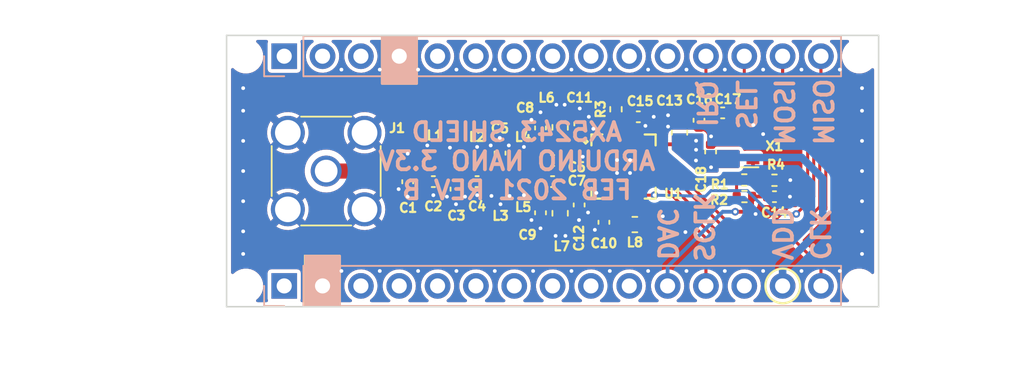
<source format=kicad_pcb>
(kicad_pcb (version 20210126) (generator pcbnew)
  (title_block (title "AX5243 Test Board") (date "2021-02-03") (rev "B"))
  (layers (0 "F.Cu" signal) (31 "B.Cu" signal) (34 "B.Paste" user) (35 "F.Paste" user) (36 "B.SilkS" user "B.Silkscreen") (37 "F.SilkS" user "F.Silkscreen") (38 "B.Mask" user) (39 "F.Mask" user) (44 "Edge.Cuts" user))
  (net 0 "")
  (net 1 "/ANT")
  (net 2 "GND")
  (net 3 "/RF3")
  (net 4 "/RF2N")
  (net 5 "/RF2P")
  (net 6 "/ANTP")
  (net 7 "/RF1P")
  (net 8 "/ANTN")
  (net 9 "/RF1N")
  (net 10 "/FILT")
  (net 11 "DAC_OUT")
  (net 12 "VDD")
  (net 13 "/CLK16P")
  (net 14 "/OSC")
  (net 15 "MISO")
  (net 16 "MOSI")
  (net 17 "/VDD_ANA2")
  (net 18 "/CLK16N")
  (net 25 "/VDD_ANA1")
  (net 29 "CLK")
  (net 30 "SYSCLK")
  (net 33 "IRQ")
  (net 34 "SEL")
  (net 43 "/L2")
  (net 44 "/L1")
  (net 46 "/TCXO_EN")
  (net 47 "TCXO_CTL")
  (footprint "Capacitor_SMD:C_0402_1005Metric" (layer "F.Cu") (at 149.68 78.4 180)
    (fp_text reference "C15")
    (fp_text value "1nF")
  )
  (footprint "Capacitor_SMD:C_0402_1005Metric" (layer "F.Cu") (at 154.47 80.73 90)
    (fp_text reference "C18")
    (fp_text value "10nF")
  )
  (footprint "local:MountingHole_1.8mm" (layer "F.Cu") (at 123.68 74.38)
    (fp_text reference "H1" hide)
    (fp_text value "MountingHole" hide)
  )
  (footprint "Inductor_SMD:L_0402_1005Metric" (layer "F.Cu") (at 136.1 81.3)
    (fp_text reference "L1")
    (fp_text value "33nH")
  )
  (footprint "Capacitor_SMD:C_0603_1608Metric" (layer "F.Cu") (at 152.41 79.45 90)
    (fp_text reference "C13")
    (fp_text value "4.7uF")
  )
  (footprint "Inductor_SMD:L_0402_1005Metric" (layer "F.Cu") (at 142.1 81.3)
    (fp_text reference "L4")
    (fp_text value "120nH")
  )
  (footprint "Capacitor_SMD:C_0402_1005Metric" (layer "F.Cu") (at 147.4 85.4 90)
    (fp_text reference "C10")
    (fp_text value "39pF")
  )
  (footprint "Oscillator:Oscillator_SMD_Abracon_ASDMB-4Pin_2.5x2.0mm" (layer "F.Cu") (at 156.5 80.4 90)
    (fp_text reference "X1")
    (fp_text value "26MHz")
  )
  (footprint "Inductor_SMD:L_0603_1608Metric" (layer "F.Cu") (at 144.5 79.1 -90)
    (fp_text reference "L6")
    (fp_text value "150nH")
  )
  (footprint "Inductor_SMD:L_0603_1608Metric" (layer "F.Cu") (at 149.45 85.55 180)
    (fp_text reference "L8")
    (fp_text value "68nH")
  )
  (footprint "Connector_Coaxial:SMA_Amphenol_132291-12_Vertical" (layer "F.Cu") (at 129 82 180)
    (fp_text reference "J1")
    (fp_text value "CONSMA008-G")
  )
  (footprint "Capacitor_SMD:C_0402_1005Metric" (layer "F.Cu") (at 139 82.7)
    (fp_text reference "C4")
    (fp_text value "12pF")
  )
  (footprint "Capacitor_SMD:C_0402_1005Metric" (layer "F.Cu") (at 144 82.7)
    (fp_text reference "C7")
    (fp_text value "10pF")
  )
  (footprint "Capacitor_SMD:C_0402_1005Metric" (layer "F.Cu") (at 137.6 83.2 90)
    (fp_text reference "C3")
    (fp_text value "27pF")
  )
  (footprint "Capacitor_SMD:C_0402_1005Metric" (layer "F.Cu") (at 143.2 84.77 -90)
    (fp_text reference "C9")
    (fp_text value "10pF")
  )
  (footprint "Resistor_SMD:R_0402_1005Metric" (layer "F.Cu") (at 148.2 77.9 -90)
    (fp_text reference "R3")
    (fp_text value "1k")
  )
  (footprint "Resistor_SMD:R_0402_1005Metric" (layer "F.Cu") (at 156.7 82.59 180)
    (fp_text reference "R1")
    (fp_text value "DNP")
  )
  (footprint "Capacitor_SMD:C_0402_1005Metric" (layer "F.Cu") (at 143.2 79.14 -90)
    (fp_text reference "C8")
    (fp_text value "10pF")
  )
  (footprint "local:QFN50P400X400X80-21B-THERMALVIAS" (layer "F.Cu") (at 148.7 81.7)
    (fp_text reference "U1")
    (fp_text value "AX5243")
  )
  (footprint "Resistor_SMD:R_0402_1005Metric" (layer "F.Cu") (at 158.7 82.61 180)
    (fp_text reference "R4")
    (fp_text value "DNP")
  )
  (footprint "Inductor_SMD:L_0402_1005Metric" (layer "F.Cu") (at 139 81.3)
    (fp_text reference "L2")
    (fp_text value "68nH")
  )
  (footprint "Resistor_SMD:R_0402_1005Metric" (layer "F.Cu") (at 156.71 83.69 180)
    (fp_text reference "R2")
    (fp_text value "100")
  )
  (footprint "Capacitor_SMD:C_0402_1005Metric" (layer "F.Cu") (at 145.76 84.25 90)
    (fp_text reference "C12")
    (fp_text value "100pF")
  )
  (footprint "Inductor_SMD:L_0603_1608Metric" (layer "F.Cu") (at 144.5 84.8 -90)
    (fp_text reference "L7")
    (fp_text value "150nH")
  )
  (footprint "local:MountingHole_1.8mm" (layer "F.Cu") (at 164.32 74.38)
    (fp_text reference "H2" hide)
    (fp_text value "MountingHole" hide)
  )
  (footprint "Capacitor_SMD:C_0402_1005Metric" (layer "F.Cu") (at 155.27 78.14)
    (fp_text reference "C17")
    (fp_text value "1nF")
  )
  (footprint "Inductor_SMD:L_0402_1005Metric" (layer "F.Cu") (at 140.55 83.15 90)
    (fp_text reference "L3")
    (fp_text value "68nH")
  )
  (footprint "Capacitor_SMD:C_0402_1005Metric" (layer "F.Cu") (at 136.1 82.7)
    (fp_text reference "C2")
    (fp_text value "6.8pF")
  )
  (footprint "Capacitor_SMD:C_0402_1005Metric" (layer "F.Cu") (at 134.4 82.71 90)
    (fp_text reference "C1")
    (fp_text value "27pF")
  )
  (footprint "Capacitor_SMD:C_0402_1005Metric" (layer "F.Cu") (at 140.52 80.81 -90)
    (fp_text reference "C5")
    (fp_text value "12pF")
  )
  (footprint "Capacitor_SMD:C_0402_1005Metric" (layer "F.Cu") (at 153.7 78.63 -90)
    (fp_text reference "C16")
    (fp_text value "DNP")
  )
  (footprint "Inductor_SMD:L_0402_1005Metric" (layer "F.Cu") (at 142.1 82.7)
    (fp_text reference "L5")
    (fp_text value "120nH")
  )
  (footprint "local:MountingHole_1.8mm" (layer "F.Cu") (at 164.32 89.62)
    (fp_text reference "H4" hide)
    (fp_text value "MountingHole" hide)
  )
  (footprint "Capacitor_SMD:C_0402_1005Metric" (layer "F.Cu") (at 158.7 83.7 180)
    (fp_text reference "C14")
    (fp_text value "100nF")
  )
  (footprint "local:MountingHole_1.8mm" (layer "F.Cu") (at 123.68 89.62)
    (fp_text reference "H3" hide)
    (fp_text value "MountingHole" hide)
  )
  (footprint "Capacitor_SMD:C_0402_1005Metric" (layer "F.Cu") (at 145.8 78.87 -90)
    (fp_text reference "C11")
    (fp_text value "100pF")
  )
  (footprint "Capacitor_SMD:C_0402_1005Metric" (layer "F.Cu") (at 144 81.3)
    (fp_text reference "C6")
    (fp_text value "10pF")
  )
  (footprint "Connector_PinSocket_2.54mm:PinSocket_1x15_P2.54mm_Vertical" (layer "B.Cu") (at 126.22 74.38 -90)
    (fp_text reference "J2" hide)
    (fp_text value "Conn_01x15" hide)
  )
  (footprint "Connector_PinSocket_2.54mm:PinSocket_1x15_P2.54mm_Vertical" (layer "B.Cu") (at 126.22 89.62 -90)
    (fp_text reference "J3" hide)
    (fp_text value "Conn_01x15" hide)
  )
  (gr_rect (start 129.9 87.63) (end 127.635 90.9) (layer "B.SilkS") (width 0.15) (fill solid))
  (gr_rect (start 135 73.1) (end 132.7 76.2) (layer "B.SilkS") (width 0.15) (fill solid))
  (gr_rect (start 129.9 87.63) (end 127.6 90.9) (layer "F.SilkS") (width 0.15) (fill solid))
  (gr_rect (start 135 73.1) (end 132.7 76.2) (layer "F.SilkS") (width 0.15) (fill solid))
  (gr_circle (center 159.25 89.62) (end 160.4 89.62) (layer "F.SilkS") (width 0.15) (fill none))
  (gr_line (start 165.6 73) (end 165.6 91) (layer "Edge.Cuts") (width 0.1))
  (gr_line (start 122.4 73) (end 165.6 73) (layer "Edge.Cuts") (width 0.1))
  (gr_line (start 122.4 91) (end 122.4 73) (layer "Edge.Cuts") (width 0.1))
  (gr_line (start 165.6 91) (end 122.4 91) (layer "Edge.Cuts") (width 0.1))
  (gr_text "SCLK" (at 154 85.717619 270) (layer "B.SilkS") (effects (font (size 1.2 1.2) (thickness 0.25)) (justify mirror)))
  (gr_text "DAC" (at 151.6 86.17 270) (layer "B.SilkS") (effects (font (size 1.2 1.2) (thickness 0.25)) (justify mirror)))
  (gr_text "SEL" (at 156.8 77.601428 270) (layer "B.SilkS") (effects (font (size 1.2 1.2) (thickness 0.25)) (justify mirror)))
  (gr_text "CLK" (at 161.7 86.19381 270) (layer "B.SilkS") (effects (font (size 1.2 1.2) (thickness 0.25)) (justify mirror)))
  (gr_text "MOSI" (at 159.3 78.077619 270) (layer "B.SilkS") (effects (font (size 1.2 1.2) (thickness 0.25)) (justify mirror)))
  (gr_text "MISO" (at 161.9 78.077619 270) (layer "B.SilkS") (effects (font (size 1.2 1.2) (thickness 0.25)) (justify mirror)))
  (gr_text "AX5243 SHIELD\nARDUINO NANO 3.3V\nFEB 2021 REV B" (at 141.63 81.34) (layer "B.SilkS") (effects (font (size 1.2 1.2) (thickness 0.25)) (justify mirror)))
  (gr_text "VDD" (at 159.2 86.17 270) (layer "B.SilkS") (effects (font (size 1.2 1.2) (thickness 0.25)) (justify mirror)))
  (gr_text "IRQ" (at 154.2 77.53 270) (layer "B.SilkS") (effects (font (size 1.2 1.2) (thickness 0.25)) (justify mirror)))
  (segment (start 129 82) (end 133.1 82) (width 1) (layer "F.Cu") (net 1))
  (segment (start 133.12 82.02) (end 133.1 82) (width 0.25) (layer "F.Cu") (net 1))
  (segment (start 133.1 82) (end 133.100061 82.000061) (width 1) (layer "F.Cu") (net 1))
  (segment (start 134.895 82.02) (end 134.94 82.02) (width 0.8) (layer "F.Cu") (net 1))
  (segment (start 133.100061 82.000061) (end 134.920061 82.000061) (width 1) (layer "F.Cu") (net 1))
  (segment (start 134.94 82.02) (end 135.62 82.7) (width 0.55) (layer "F.Cu") (net 1))
  (segment (start 134.920061 82.000061) (end 134.94 82.02) (width 1) (layer "F.Cu") (net 1))
  (segment (start 134.895 82.02) (end 135.615 81.3) (width 0.55) (layer "F.Cu") (net 1))
  (segment (start 157.275 79.575) (end 157.925 79.575) (width 0.2) (layer "F.Cu") (net 2))
  (segment (start 146.8 81.2) (end 148.2 81.2) (width 0.25) (layer "F.Cu") (net 2))
  (segment (start 152.675 78.675) (end 153.11 79.11) (width 0.25) (layer "F.Cu") (net 2))
  (segment (start 146 81.05) (end 146.15 81.2) (width 0.25) (layer "F.Cu") (net 2))
  (segment (start 145.95 85.25) (end 145.75 85.25) (width 0.2) (layer "F.Cu") (net 2))
  (segment (start 154.47 80.25) (end 156.6 80.25) (width 0.25) (layer "F.Cu") (net 2))
  (segment (start 152.41 78.675) (end 152.675 78.675) (width 0.25) (layer "F.Cu") (net 2))
  (segment (start 153.11 79.11) (end 153.7 79.11) (width 0.25) (layer "F.Cu") (net 2))
  (segment (start 146.6 84.6) (end 145.95 85.25) (width 0.2) (layer "F.Cu") (net 2))
  (segment (start 154.5 79.7) (end 154.47 79.73) (width 0.25) (layer "F.Cu") (net 2))
  (segment (start 146.15 81.2) (end 146.8 81.2) (width 0.25) (layer "F.Cu") (net 2))
  (segment (start 148.7 79.8) (end 148.7 80.84) (width 0.2) (layer "F.Cu") (net 2))
  (segment (start 147.224918 79.814918) (end 145.8 78.39) (width 0.2) (layer "F.Cu") (net 2))
  (segment (start 159.726107 83.7) (end 159.18 83.7) (width 0.2) (layer "F.Cu") (net 2))
  (segment (start 147.224918 80.224918) (end 147.224918 79.814918) (width 0.2) (layer "F.Cu") (net 2))
  (segment (start 148.27 82.13) (end 146.6 83.8) (width 0.2) (layer "F.Cu") (net 2))
  (segment (start 146.82 85.88) (end 146.8 85.9) (width 0.2) (layer "F.Cu") (net 2))
  (segment (start 152.025 78.675) (end 151.65 79.05) (width 0.25) (layer "F.Cu") (net 2))
  (segment (start 150.7 78.4) (end 150.16 78.4) (width 0.2) (layer "F.Cu") (net 2))
  (segment (start 159.18 83.7) (end 159.18 82.64) (width 0.2) (layer "F.Cu") (net 2))
  (segment (start 157.925 79.575) (end 157.95 79.55) (width 0.2) (layer "F.Cu") (net 2))
  (segment (start 159.74 82.61) (end 159.21 82.61) (width 0.2) (layer "F.Cu") (net 2))
  (segment (start 145.76 84.73) (end 145.76 85.24) (width 0.2) (layer "F.Cu") (net 2))
  (segment (start 157.275 78.975) (end 157.275 79.575) (width 0.2) (layer "F.Cu") (net 2))
  (segment (start 145.76 85.24) (end 145.75 85.25) (width 0.2) (layer "F.Cu") (net 2))
  (segment (start 148.7 80.84) (end 148.27 81.27) (width 0.2) (layer "F.Cu") (net 2))
  (segment (start 157.3 78.95) (end 157.275 78.975) (width 0.2) (layer "F.Cu") (net 2))
  (segment (start 159.18 82.64) (end 159.21 82.61) (width 0.2) (layer "F.Cu") (net 2))
  (segment (start 152.025 78.675) (end 151.65 78.3) (width 0.25) (layer "F.Cu") (net 2))
  (segment (start 149.2 81.2) (end 149.13 81.27) (width 0.2) (layer "F.Cu") (net 2))
  (segment (start 147.4 85.88) (end 146.82 85.88) (width 0.2) (layer "F.Cu") (net 2))
  (segment (start 148.2 81.2) (end 148.27 81.27) (width 0.25) (layer "F.Cu") (net 2))
  (segment (start 159.75 82.6) (end 159.74 82.61) (width 0.2) (layer "F.Cu") (net 2))
  (segment (start 148.27 81.27) (end 147.224918 80.224918) (width 0.2) (layer "F.Cu") (net 2))
  (segment (start 146.6 83.8) (end 146.6 84.6) (width 0.2) (layer "F.Cu") (net 2))
  (segment (start 149.2 79.8) (end 149.2 81.2) (width 0.2) (layer "F.Cu") (net 2))
  (segment (start 154.47 79.73) (end 154.47 80.25) (width 0.25) (layer "F.Cu") (net 2))
  (segment (start 152.41 78.675) (end 152.025 78.675) (width 0.25) (layer "F.Cu") (net 2))
  (segment (start 156.6 80.25) (end 157.275 79.575) (width 0.25) (layer "F.Cu") (net 2))
  (via (at 123.5 84) (size 0.5) (drill 0.25) (layers "F.Cu" "B.Cu") (net 2))
  (via (at 157.95 88.63) (size 0.5) (drill 0.25) (layers "F.Cu" "B.Cu") (net 2))
  (via (at 146.8 85.9) (size 0.5) (drill 0.25) (layers "F.Cu" "B.Cu") (net 2))
  (via (at 135.09 88.63) (size 0.5) (drill 0.25) (layers "F.Cu" "B.Cu") (net 2))
  (via (at 139 80.4) (size 0.5) (drill 0.25) (layers "F.Cu" "B.Cu") (net 2))
  (via (at 137.63 75.27) (size 0.5) (drill 0.25) (layers "F.Cu" "B.Cu") (net 2))
  (via (at 123.5 82) (size 0.5) (drill 0.25) (layers "F.Cu" "B.Cu") (net 2))
  (via (at 143.2 78.1) (size 0.5) (drill 0.25) (layers "F.Cu" "B.Cu") (net 2))
  (via (at 144.2 86.3) (size 0.5) (drill 0.25) (layers "F.Cu" "B.Cu") (net 2))
  (via (at 146.35 84.75) (size 0.5) (drill 0.25) (layers "F.Cu" "B.Cu") (net 2))
  (via (at 134.4 83.7) (size 0.5) (drill 0.25) (layers "F.Cu" "B.Cu") (net 2))
  (via (at 164.5 87.5) (size 0.5) (drill 0.25) (layers "F.Cu" "B.Cu") (net 2))
  (via (at 146.4 78.4) (size 0.5) (drill 0.25) (layers "F.Cu" "B.Cu") (net 2))
  (via (at 145.8 77.85) (size 0.5) (drill 0.25) (layers "F.Cu" "B.Cu") (net 2))
  (via (at 150.15 79) (size 0.5) (drill 0.25) (layers "F.Cu" "B.Cu") (net 2))
  (via (at 123.5 80) (size 0.5) (drill 0.25) (layers "F.Cu" "B.Cu") (net 2))
  (via (at 155.41 88.63) (size 0.5) (drill 0.25) (layers "F.Cu" "B.Cu") (net 2))
  (via (at 160.49 75.27) (size 0.5) (drill 0.25) (layers "F.Cu" "B.Cu") (net 2))
  (via (at 141.15 83.65) (size 0.5) (drill 0.25) (layers "F.Cu" "B.Cu") (net 2))
  (via (at 146.9 83.45) (size 0.5) (drill 0.25) (layers "F.Cu" "B.Cu") (net 2))
  (via (at 142.6 85.25) (size 0.5) (drill 0.25) (layers "F.Cu" "B.Cu") (net 2))
  (via (at 141.1 80.3) (size 0.5) (drill 0.25) (layers "F.Cu" "B.Cu") (net 2))
  (via (at 134.4 80.85) (size 0.5) (drill 0.25) (layers "F.Cu" "B.Cu") (net 2))
  (via (at 157.3 78.95) (size 0.5) (drill 0.25) (layers "F.Cu" "B.Cu") (net 2))
  (via (at 135.09 75.27) (size 0.5) (drill 0.25) (layers "F.Cu" "B.Cu") (net 2))
  (via (at 160.49 88.63) (size 0.5) (drill 0.25) (layers "F.Cu" "B.Cu") (net 2))
  (via (at 130.01 75.27) (size 0.5) (drill 0.25) (layers "F.Cu" "B.Cu") (net 2))
  (via (at 140.55 84.2) (size 0.5) (drill 0.25) (layers "F.Cu" "B.Cu") (net 2))
  (via (at 137.63 88.63) (size 0.5) (drill 0.25) (layers "F.Cu" "B.Cu") (net 2))
  (via (at 164.5 84) (size 0.5) (drill 0.25) (layers "F.Cu" "B.Cu") (net 2))
  (via (at 155.41 75.27) (size 0.5) (drill 0.25) (layers "F.Cu" "B.Cu") (net 2))
  (via (at 142.6 78.6) (size 0.5) (drill 0.25) (layers "F.Cu" "B.Cu") (net 2))
  (via (at 143.2 85.8) (size 0.5) (drill 0.25) (layers "F.Cu" "B.Cu") (net 2))
  (via (at 163.03 88.63) (size 0.5) (drill 0.25) (layers "F.Cu" "B.Cu") (net 2))
  (via (at 123.5 87.5) (size 0.5) (drill 0.25) (layers "F.Cu" "B.Cu") (net 2))
  (via (at 152.8 86.05) (size 0.5) (drill 0.25) (layers "F.Cu" "B.Cu") (net 2))
  (via (at 137 83.7) (size 0.5) (drill 0.25) (layers "F.Cu" "B.Cu") (net 2))
  (via (at 164.5 80) (size 0.5) (drill 0.25) (layers "F.Cu" "B.Cu") (net 2))
  (via (at 151.3 85) (size 0.5) (drill 0.25) (layers "F.Cu" "B.Cu") (net 2))
  (via (at 136.1 83.6) (size 0.5) (drill 0.25) (layers "F.Cu" "B.Cu") (net 2))
  (via (at 157.45 84.85) (size 0.5) (drill 0.25) (layers "F.Cu" "B.Cu") (net 2))
  (via (at 132.55 75.27) (size 0.5) (drill 0.25) (layers "F.Cu" "B.Cu") (net 2))
  (via (at 139.95 83.65) (size 0.5) (drill 0.25) (layers "F.Cu" "B.Cu") (net 2))
  (via (at 145.25 88.63) (size 0.5) (drill 0.25) (layers "F.Cu" "B.Cu") (net 2))
  (via (at 137.2 80.45) (size 0.5) (drill 0.25) (layers "F.Cu" "B.Cu") (net 2))
  (via (at 144.8 77.6) (size 0.5) (drill 0.25) (layers "F.Cu" "B.Cu") (net 2))
  (via (at 152.87 75.27) (size 0.5) (drill 0.25) (layers "F.Cu" "B.Cu") (net 2))
  (via (at 142.1 80.4) (size 0.5) (drill 0.25) (layers "F.Cu" "B.Cu") (net 2))
  (via (at 150.33 75.27) (size 0.5) (drill 0.25) (layers "F.Cu" "B.Cu") (net 2))
  (via (at 139 83.6) (size 0.5) (drill 0.25) (layers "F.Cu" "B.Cu") (net 2))
  (via (at 142.71 75.27) (size 0.5) (drill 0.25) (layers "F.Cu" "B.Cu") (net 2))
  (via (at 157.95 79.55) (size 0.5) (drill 0.25) (layers "F.Cu" "B.Cu") (net 2))
  (via (at 145.25 75.27) (size 0.5) (drill 0.25) (layers "F.Cu" "B.Cu") (net 2))
  (via (at 147.79 75.27) (size 0.5) (drill 0.25) (layers "F.Cu" "B.Cu") (net 2))
  (via (at 146 81.05) (size 0.5) (drill 0.25) (layers "F.Cu" "B.Cu") (net 2))
  (via (at 140.17 88.63) (size 0.5) (drill 0.25) (layers "F.Cu" "B.Cu") (net 2))
  (via (at 164.5 76.5) (size 0.5) (drill 0.25) (layers "F.Cu" "B.Cu") (net 2))
  (via (at 140.5 79.8) (size 0.5) (drill 0.25) (layers "F.Cu" "B.Cu") (net 2))
  (via (at 142.71 88.63) (size 0.5) (drill 0.25) (layers "F.Cu" "B.Cu") (net 2))
  (via (at 151.65 78.3) (size 0.5) (drill 0.25) (layers "F.Cu" "B.Cu") (net 2))
  (via (at 164.5 82) (size 0.5) (drill 0.25) (layers "F.Cu" "B.Cu") (net 2))
  (via (at 151.65 79.05) (size 0.5) (drill 0.25) (layers "F.Cu" "B.Cu") (net 2))
  (via (at 147.79 88.63) (size 0.5) (drill 0.25) (layers "F.Cu" "B.Cu") (net 2))
  (via (at 139.9 80.3) (size 0.5) (drill 0.25) (layers "F.Cu" "B.Cu") (net 2))
  (via (at 157.95 75.27) (size 0.5) (drill 0.25) (layers "F.Cu" "B.Cu") (net 2))
  (via (at 145.75 85.25) (size 0.5) (drill 0.25) (layers "F.Cu" "B.Cu") (net 2))
  (via (at 138.2 83.7) (size 0.5) (drill 0.25) (layers "F.Cu" "B.Cu") (net 2))
  (via (at 164.5 78) (size 0.5) (drill 0.25) (layers "F.Cu" "B.Cu") (net 2))
  (via (at 150.7 78.4) (size 0.5) (drill 0.25) (layers "F.Cu" "B.Cu") (net 2))
  (via (at 146.7 79.2) (size 0.5) (drill 0.25) (layers "F.Cu" "B.Cu") (net 2))
  (via (at 154.5 79.7) (size 0.5) (drill 0.25) (layers "F.Cu" "B.Cu") (net 2))
  (via (at 144.85 86.3) (size 0.5) (drill 0.25) (layers "F.Cu" "B.Cu") (net 2))
  (via (at 159.75 82.6) (size 0.5) (drill 0.25) (layers "F.Cu" "B.Cu") (net 2))
  (via (at 163.03 75.27) (size 0.5) (drill 0.25) (layers "F.Cu" "B.Cu") (net 2))
  (via (at 123.5 78) (size 0.5) (drill 0.25) (layers "F.Cu" "B.Cu") (net 2))
  (via (at 159.726107 83.7) (size 0.5) (drill 0.25) (layers "F.Cu" "B.Cu") (net 2))
  (via (at 150.33 88.63) (size 0.5) (drill 0.25) (layers "F.Cu" "B.Cu") (net 2))
  (via (at 132.55 88.63) (size 0.5) (drill 0.25) (layers "F.Cu" "B.Cu") (net 2))
  (via (at 135.7 80.3) (size 0.5) (drill 0.25) (layers "F.Cu" "B.Cu") (net 2))
  (via (at 152.87 88.63) (size 0.5) (drill 0.25) (layers "F.Cu" "B.Cu") (net 2))
  (via (at 123.5 76.5) (size 0.5) (drill 0.25) (layers "F.Cu" "B.Cu") (net 2))
  (via (at 142.1 83.6) (size 0.5) (drill 0.25) (layers "F.Cu" "B.Cu") (net 2))
  (via (at 144.25 77.6) (size 0.5) (drill 0.25) (layers "F.Cu" "B.Cu") (net 2))
  (via (at 123.5 86) (size 0.5) (drill 0.25) (layers "F.Cu" "B.Cu") (net 2))
  (via (at 164.5 86) (size 0.5) (drill 0.25) (layers "F.Cu" "B.Cu") (net 2))
  (via (at 140.17 75.27) (size 0.5) (drill 0.25) (layers "F.Cu" "B.Cu") (net 2))
  (via (at 133.8 83.2) (size 0.5) (drill 0.25) (layers "F.Cu" "B.Cu") (net 2))
  (via (at 130.01 88.63) (size 0.5) (drill 0.25) (layers "F.Cu" "B.Cu") (net 2))
  (via (at 137.6 84.2) (size 0.5) (drill 0.25) (layers "F.Cu" "B.Cu") (net 2))
  (segment (start 136.58 82.7) (end 137.58 82.7) (width 0.4) (layer "F.Cu") (net 3))
  (segment (start 138.5 82.72) (end 138.52 82.7) (width 0.25) (layer "F.Cu") (net 3))
  (segment (start 136.585 81.3) (end 136.585 82.695) (width 0.25) (layer "F.Cu") (net 3))
  (segment (start 136.585 82.695) (end 136.58 82.7) (width 0.25) (layer "F.Cu") (net 3))
  (segment (start 138.515 82.695) (end 138.52 82.7) (width 0.25) (layer "F.Cu") (net 3))
  (segment (start 136.585 81.3) (end 138.515 81.3) (width 0.4) (layer "F.Cu") (net 3))
  (segment (start 137.58 82.7) (end 137.6 82.72) (width 0.25) (layer "F.Cu") (net 3))
  (segment (start 138.515 81.3) (end 138.515 82.695) (width 0.25) (layer "F.Cu") (net 3))
  (segment (start 137.6 82.72) (end 138.5 82.72) (width 0.4) (layer "F.Cu") (net 3))
  (segment (start 139.48 82.7) (end 140.515 82.7) (width 0.4) (layer "F.Cu") (net 4))
  (segment (start 140.515 82.7) (end 140.55 82.665) (width 0.25) (layer "F.Cu") (net 4))
  (segment (start 141.58 82.665) (end 141.615 82.7) (width 0.25) (layer "F.Cu") (net 4))
  (segment (start 140.55 82.665) (end 141.58 82.665) (width 0.4) (layer "F.Cu") (net 4))
  (segment (start 140.51 81.3) (end 140.52 81.29) (width 0.25) (layer "F.Cu") (net 5))
  (segment (start 139.485 81.3) (end 140.51 81.3) (width 0.4) (layer "F.Cu") (net 5))
  (segment (start 141.605 81.29) (end 141.615 81.3) (width 0.25) (layer "F.Cu") (net 5))
  (segment (start 140.52 81.29) (end 141.605 81.29) (width 0.4) (layer "F.Cu") (net 5))
  (segment (start 145.1 81.3) (end 144.48 81.3) (width 0.25) (layer "F.Cu") (net 6))
  (segment (start 145.5 81.7) (end 145.1 81.3) (width 0.25) (layer "F.Cu") (net 6))
  (segment (start 144.48 81.3) (end 144.48 79.9075) (width 0.4) (layer "F.Cu") (net 6))
  (segment (start 144.48 79.9075) (end 144.5 79.8875) (width 0.25) (layer "F.Cu") (net 6))
  (segment (start 143.2 79.62) (end 144.2325 79.62) (width 0.25) (layer "F.Cu") (net 6))
  (segment (start 144.2325 79.62) (end 144.5 79.8875) (width 0.25) (layer "F.Cu") (net 6))
  (segment (start 146.8 81.7) (end 145.5 81.7) (width 0.25) (layer "F.Cu") (net 6))
  (segment (start 142.585 81.3) (end 143.52 81.3) (width 0.4) (layer "F.Cu") (net 7))
  (segment (start 144.2225 84.29) (end 144.5 84.0125) (width 0.25) (layer "F.Cu") (net 8))
  (segment (start 145.1 82.7) (end 144.48 82.7) (width 0.25) (layer "F.Cu") (net 8))
  (segment (start 145.6 82.2) (end 145.1 82.7) (width 0.25) (layer "F.Cu") (net 8))
  (segment (start 144.49 82.69) (end 144.48 82.7) (width 0.25) (layer "F.Cu") (net 8))
  (segment (start 146.8 82.2) (end 145.6 82.2) (width 0.25) (layer "F.Cu") (net 8))
  (segment (start 143.2 84.29) (end 144.2225 84.29) (width 0.25) (layer "F.Cu") (net 8))
  (segment (start 144.5 84.0125) (end 144.5 82.72) (width 0.4) (layer "F.Cu") (net 8))
  (segment (start 144.5 82.72) (end 144.48 82.7) (width 0.25) (layer "F.Cu") (net 8))
  (segment (start 142.585 82.7) (end 143.52 82.7) (width 0.4) (layer "F.Cu") (net 9))
  (segment (start 147.7 84.1) (end 147.4 84.4) (width 0.2) (layer "F.Cu") (net 10))
  (segment (start 147.7 83.6) (end 147.7 84.1) (width 0.2) (layer "F.Cu") (net 10))
  (segment (start 147.4 84.4) (end 147.4 84.92) (width 0.2) (layer "F.Cu") (net 10))
  (segment (start 156.1 84.7) (end 156.7 84.7) (width 0.25) (layer "F.Cu") (net 11))
  (segment (start 156.7 84.7) (end 157.22 84.18) (width 0.25) (layer "F.Cu") (net 11))
  (segment (start 158.21 83.69) (end 158.22 83.7) (width 0.25) (layer "F.Cu") (net 11))
  (segment (start 157.22 84.18) (end 157.22 83.69) (width 0.25) (layer "F.Cu") (net 11))
  (segment (start 157.22 83.69) (end 158.21 83.69) (width 0.25) (layer "F.Cu") (net 11))
  (via (at 156.1 84.7) (size 0.5) (drill 0.25) (layers "F.Cu" "B.Cu") (net 11))
  (segment (start 151.62 88.35) (end 151.62 89.62) (width 0.25) (layer "B.Cu") (net 11))
  (segment (start 156.1 84.7) (end 155.27 84.7) (width 0.25) (layer "B.Cu") (net 11))
  (segment (start 155.27 84.7) (end 151.62 88.35) (width 0.25) (layer "B.Cu") (net 11))
  (segment (start 155.725 81.225) (end 154.485 81.225) (width 0.2) (layer "F.Cu") (net 12))
  (segment (start 151.125 80.225) (end 152.41 80.225) (width 0.25) (layer "F.Cu") (net 12))
  (segment (start 152.645497 79.989503) (end 152.41 80.225) (width 0.5) (layer "F.Cu") (net 12))
  (segment (start 154.485 81.225) (end 154.47 81.21) (width 0.2) (layer "F.Cu") (net 12))
  (segment (start 154.47 81.21) (end 153.59 81.21) (width 0.5) (layer "F.Cu") (net 12))
  (segment (start 153.485 81.3) (end 152.41 80.225) (width 0.5) (layer "F.Cu") (net 12))
  (segment (start 154.47 81.72) (end 154.47 81.21) (width 0.5) (layer "F.Cu") (net 12))
  (segment (start 153.5 81.3) (end 153.485 81.3) (width 0.5) (layer "F.Cu") (net 12))
  (segment (start 154.5 81.75) (end 153.95 81.75) (width 0.5) (layer "F.Cu") (net 12))
  (segment (start 149.7 79.8) (end 150.7 79.8) (width 0.25) (layer "F.Cu") (net 12))
  (segment (start 150.7 79.8) (end 151.125 80.225) (width 0.25) (layer "F.Cu") (net 12))
  (segment (start 154.5 81.75) (end 154.47 81.72) (width 0.5) (layer "F.Cu") (net 12))
  (segment (start 153.59 81.21) (end 153.5 81.3) (width 0.5) (layer "F.Cu") (net 12))
  (segment (start 153.5 81.3) (end 153.5 79.996388) (width 0.5) (layer "F.Cu") (net 12))
  (segment (start 153.5 79.996388) (end 153.506885 79.989503) (width 0.5) (layer "F.Cu") (net 12))
  (segment (start 153.95 81.75) (end 153.5 81.3) (width 0.5) (layer "F.Cu") (net 12))
  (segment (start 153.506885 79.989503) (end 152.645497 79.989503) (width 0.5) (layer "F.Cu") (net 12))
  (via (at 153.5 81.3) (size 0.5) (drill 0.25) (layers "F.Cu" "B.Cu") (net 12))
  (via (at 153.506885 79.989503) (size 0.5) (drill 0.25) (layers "F.Cu" "B.Cu") (net 12))
  (via (at 154.5 81.75) (size 0.5) (drill 0.25) (layers "F.Cu" "B.Cu") (net 12))
  (via (at 153.506885 80.589503) (size 0.5) (drill 0.25) (layers "F.Cu" "B.Cu") (net 12))
  (segment (start 161.9 85.7) (end 161.45 86.15) (width 0.5) (layer "B.Cu") (net 12))
  (segment (start 158.5 81.1) (end 156 81.1) (width 0.5) (layer "B.Cu") (net 12))
  (segment (start 161.9 82.5) (end 161.9 85.7) (width 0.5) (layer "B.Cu") (net 12))
  (segment (start 159.25 88.35) (end 159.24 88.35) (width 0.5) (layer "B.Cu") (net 12))
  (segment (start 161.45 86.15) (end 159.25 88.35) (width 0.5) (layer "B.Cu") (net 12))
  (segment (start 159.24 88.35) (end 159.24 89.62) (width 0.5) (layer "B.Cu") (net 12))
  (segment (start 161.45 86.15) (end 161.15 86.45) (width 0.5) (layer "B.Cu") (net 12))
  (segment (start 158.1 81.1) (end 158.5 81.1) (width 0.5) (layer "B.Cu") (net 12))
  (segment (start 155.8 81.3) (end 153.5 81.3) (width 0.5) (layer "B.Cu") (net 12))
  (segment (start 158.5 81.1) (end 160.5 81.1) (width 0.5) (layer "B.Cu") (net 12))
  (segment (start 156 81.1) (end 155.8 81.3) (width 0.5) (layer "B.Cu") (net 12))
  (segment (start 160.5 81.1) (end 161.9 82.5) (width 0.5) (layer "B.Cu") (net 12))
  (segment (start 147.81 77.39) (end 147.5 77.7) (width 0.25) (layer "F.Cu") (net 13))
  (segment (start 147.5 77.7) (end 147.5 79) (width 0.25) (layer "F.Cu") (net 13))
  (segment (start 153.7 77.8) (end 153.7 78.15) (width 0.25) (layer "F.Cu") (net 13))
  (segment (start 148.2 77.39) (end 153.29 77.39) (width 0.25) (layer "F.Cu") (net 13))
  (segment (start 153.29 77.39) (end 153.4 77.5) (width 0.25) (layer "F.Cu") (net 13))
  (segment (start 153.7 78.15) (end 154.78 78.15) (width 0.25) (layer "F.Cu") (net 13))
  (segment (start 153.29 77.39) (end 153.7 77.8) (width 0.25) (layer "F.Cu") (net 13))
  (segment (start 147.5 79) (end 147.7 79.2) (width 0.25) (layer "F.Cu") (net 13))
  (segment (start 148.2 77.39) (end 147.81 77.39) (width 0.25) (layer "F.Cu") (net 13))
  (segment (start 154.78 78.15) (end 154.79 78.14) (width 0.25) (layer "F.Cu") (net 13))
  (segment (start 147.7 79.2) (end 147.7 79.8) (width 0.25) (layer "F.Cu") (net 13))
  (segment (start 155.725 78.165) (end 155.75 78.14) (width 0.25) (layer "F.Cu") (net 14))
  (segment (start 155.725 79.575) (end 155.725 78.165) (width 0.25) (layer "F.Cu") (net 14))
  (segment (start 155.2 86.3) (end 160.2 86.3) (width 0.2) (layer "F.Cu") (net 15))
  (segment (start 162.1 79.75) (end 161.78 79.43) (width 0.2) (layer "F.Cu") (net 15))
  (segment (start 160.431219 86.199918) (end 160.431222 86.199918) (width 0.2) (layer "F.Cu") (net 15))
  (segment (start 150.6 82.2) (end 151.1 82.2) (width 0.2) (layer "F.Cu") (net 15))
  (segment (start 162.1 84.4) (end 162.1 79.75) (width 0.2) (layer "F.Cu") (net 15))
  (segment (start 151.1 82.2) (end 155.2 86.3) (width 0.2) (layer "F.Cu") (net 15))
  (segment (start 160.3313 86.299836) (end 160.431219 86.199918) (width 0.2) (layer "F.Cu") (net 15))
  (segment (start 162.099918 84.400082) (end 162.1 84.4) (width 0.2) (layer "F.Cu") (net 15))
  (segment (start 160.2 86.3) (end 160.200164 86.299836) (width 0.2) (layer "F.Cu") (net 15))
  (segment (start 160.200164 86.299836) (end 160.3313 86.299836) (width 0.2) (layer "F.Cu") (net 15))
  (segment (start 162.099918 84.531222) (end 162.099918 84.400082) (width 0.2) (layer "F.Cu") (net 15))
  (segment (start 161.78 79.43) (end 161.78 74.38) (width 0.2) (layer "F.Cu") (net 15))
  (segment (start 161.78 75.65) (end 161.78 74.38) (width 0.2) (layer "F.Cu") (net 15))
  (segment (start 160.431222 86.199918) (end 162.099918 84.531222) (width 0.2) (layer "F.Cu") (net 15))
  (segment (start 158.900082 85.899918) (end 158.600082 85.899918) (width 0.2) (layer "F.Cu") (net 16))
  (segment (start 158.900082 85.899918) (end 159.2 85.6) (width 0.2) (layer "F.Cu") (net 16))
  (segment (start 161.7 84.36557) (end 161.7 80.05) (width 0.2) (layer "F.Cu") (net 16))
  (segment (start 159.2 85.6) (end 160.46557 85.6) (width 0.2) (layer "F.Cu") (net 16))
  (segment (start 159.24 75.65) (end 159.24 74.38) (width 0.2) (layer "F.Cu") (net 16))
  (segment (start 159.24 77.59) (end 159.24 74.38) (width 0.2) (layer "F.Cu") (net 16))
  (segment (start 155.499918 85.899918) (end 151.3 81.7) (width 0.2) (layer "F.Cu") (net 16))
  (segment (start 160.46557 85.6) (end 161.7 84.36557) (width 0.2) (layer "F.Cu") (net 16))
  (segment (start 158.900082 85.899918) (end 155.499918 85.899918) (width 0.2) (layer "F.Cu") (net 16))
  (segment (start 151.3 81.7) (end 150.6 81.7) (width 0.2) (layer "F.Cu") (net 16))
  (segment (start 161.7 80.05) (end 159.24 77.59) (width 0.2) (layer "F.Cu") (net 16))
  (segment (start 145.76 83.04) (end 145.76 83.77) (width 0.25) (layer "F.Cu") (net 17))
  (segment (start 146.8 82.7) (end 146.1 82.7) (width 0.25) (layer "F.Cu") (net 17))
  (segment (start 146.1 82.7) (end 145.76 83.04) (width 0.25) (layer "F.Cu") (net 17))
  (segment (start 148.21 78.4) (end 149.2 78.4) (width 0.25) (layer "F.Cu") (net 18))
  (segment (start 148.2 79.8) (end 148.2 78.41) (width 0.25) (layer "F.Cu") (net 18))
  (segment (start 146.8 80.7) (end 146.8 80.3) (width 0.25) (layer "F.Cu") (net 25))
  (segment (start 146.5 80) (end 146.1 80) (width 0.25) (layer "F.Cu") (net 25))
  (segment (start 145.8 79.7) (end 145.8 79.35) (width 0.25) (layer "F.Cu") (net 25))
  (segment (start 146.1 80) (end 145.8 79.7) (width 0.25) (layer "F.Cu") (net 25))
  (segment (start 146.8 80.3) (end 146.5 80) (width 0.25) (layer "F.Cu") (net 25))
  (segment (start 155 86.7) (end 160.13 86.7) (width 0.2) (layer "F.Cu") (net 29))
  (segment (start 151 82.7) (end 155 86.7) (width 0.2) (layer "F.Cu") (net 29))
  (segment (start 150.6 82.7) (end 151 82.7) (width 0.2) (layer "F.Cu") (net 29))
  (segment (start 160.13 86.7) (end 161.78 88.35) (width 0.2) (layer "F.Cu") (net 29))
  (segment (start 161.78 88.35) (end 161.78 89.62) (width 0.2) (layer "F.Cu") (net 29))
  (segment (start 149.6 84.4) (end 152.1 84.4) (width 0.2) (layer "F.Cu") (net 30))
  (segment (start 154.16 88.35) (end 154.16 89.62) (width 0.2) (layer "F.Cu") (net 30))
  (segment (start 154.16 86.46) (end 154.16 89.62) (width 0.2) (layer "F.Cu") (net 30))
  (segment (start 149.2 84) (end 149.6 84.4) (width 0.2) (layer "F.Cu") (net 30))
  (segment (start 152.1 84.4) (end 154.16 86.46) (width 0.2) (layer "F.Cu") (net 30))
  (segment (start 149.2 83.8) (end 149.2 84) (width 0.2) (layer "F.Cu") (net 30))
  (segment (start 159.87601 84.3) (end 159.7 84.3) (width 0.2) (layer "F.Cu") (net 33))
  (segment (start 155.5 77) (end 157.48443 77) (width 0.2) (layer "F.Cu") (net 33))
  (segment (start 158.5 85.5) (end 155.7 85.5) (width 0.2) (layer "F.Cu") (net 33))
  (segment (start 157.984348 77.499918) (end 157.999918 77.499918) (width 0.2) (layer "F.Cu") (net 33))
  (segment (start 154.16 75.66) (end 155.5 77) (width 0.2) (layer "F.Cu") (net 33))
  (segment (start 160.9 80.4) (end 160.9 83.5) (width 0.2) (layer "F.Cu") (net 33))
  (segment (start 159.7 84.3) (end 158.5 85.5) (width 0.2) (layer "F.Cu") (net 33))
  (segment (start 160.104971 84.295029) (end 159.880981 84.295029) (width 0.2) (layer "F.Cu") (net 33))
  (segment (start 154.16 75.65) (end 154.16 75.66) (width 0.2) (layer "F.Cu") (net 33))
  (segment (start 157.999918 77.499918) (end 160.9 80.4) (width 0.2) (layer "F.Cu") (net 33))
  (segment (start 151.4 81.2) (end 150.6 81.2) (width 0.2) (layer "F.Cu") (net 33))
  (segment (start 160.9 83.5) (end 160.104971 84.295029) (width 0.2) (layer "F.Cu") (net 33))
  (segment (start 155.7 85.5) (end 151.4 81.2) (width 0.2) (layer "F.Cu") (net 33))
  (segment (start 159.880981 84.295029) (end 159.87601 84.3) (width 0.2) (layer "F.Cu") (net 33))
  (segment (start 154.16 75.66) (end 154.16 74.38) (width 0.2) (layer "F.Cu") (net 33))
  (segment (start 157.48443 77) (end 157.984348 77.499918) (width 0.2) (layer "F.Cu") (net 33))
  (segment (start 156.7 75.65) (end 156.7 74.38) (width 0.2) (layer "F.Cu") (net 34))
  (segment (start 158.15 77.1) (end 158.16557 77.1) (width 0.2) (layer "F.Cu") (net 34))
  (segment (start 156.7 75.65) (end 158.15 77.1) (width 0.2) (layer "F.Cu") (net 34))
  (segment (start 161.3 80.4) (end 161.3 83.689876) (width 0.2) (layer "F.Cu") (net 34))
  (segment (start 161.299918 80.399918) (end 161.3 80.4) (width 0.2) (layer "F.Cu") (net 34))
  (segment (start 161.3 83.689876) (end 160.144938 84.844938) (width 0.2) (layer "F.Cu") (net 34))
  (segment (start 150.624916 83.6) (end 149.7 83.6) (width 0.2) (layer "F.Cu") (net 34))
  (segment (start 150.75 83.6) (end 150.624916 83.6) (width 0.2) (layer "F.Cu") (net 34))
  (segment (start 161.299918 80.234348) (end 161.299918 80.399918) (width 0.2) (layer "F.Cu") (net 34))
  (segment (start 158.16557 77.1) (end 161.299918 80.234348) (width 0.2) (layer "F.Cu") (net 34))
  (via (at 160.144938 84.844938) (size 0.5) (drill 0.25) (layers "F.Cu" "B.Cu") (net 34))
  (via (at 150.75 83.6) (size 0.5) (drill 0.25) (layers "F.Cu" "B.Cu") (net 34))
  (segment (start 156.9 83.3) (end 158.444938 84.844938) (width 0.2) (layer "B.Cu") (net 34))
  (segment (start 150.75 83.6) (end 154.124916 83.675084) (width 0.2) (layer "B.Cu") (net 34))
  (segment (start 154.124916 83.675084) (end 154.5 83.3) (width 0.2) (layer "B.Cu") (net 34))
  (segment (start 158.444938 84.844938) (end 160.144938 84.844938) (width 0.2) (layer "B.Cu") (net 34))
  (segment (start 154.5 83.3) (end 156.9 83.3) (width 0.2) (layer "B.Cu") (net 34))
  (segment (start 148.6625 84.8125) (end 148.6625 85.55) (width 0.2) (layer "F.Cu") (net 43))
  (segment (start 148.2 83.6) (end 148.2 84.35) (width 0.2) (layer "F.Cu") (net 43))
  (segment (start 148.2 84.35) (end 148.6625 84.8125) (width 0.2) (layer "F.Cu") (net 43))
  (segment (start 149.31557 84.9) (end 148.7 84.28443) (width 0.2) (layer "F.Cu") (net 44))
  (segment (start 149.6 84.9) (end 149.31557 84.9) (width 0.2) (layer "F.Cu") (net 44))
  (segment (start 150.2375 85.5375) (end 149.6 84.9) (width 0.2) (layer "F.Cu") (net 44))
  (segment (start 148.7 84.28443) (end 148.7 83.6) (width 0.2) (layer "F.Cu") (net 44))
  (segment (start 150.2375 85.55) (end 150.2375 85.5375) (width 0.2) (layer "F.Cu") (net 44))
  (segment (start 156.19 82.59) (end 153.35557 82.59) (width 0.2) (layer "F.Cu") (net 46))
  (segment (start 151.46557 80.7) (end 150.6 80.7) (width 0.2) (layer "F.Cu") (net 46))
  (segment (start 153.35557 82.59) (end 151.46557 80.7) (width 0.2) (layer "F.Cu") (net 46))
  (segment (start 156.19 82.59) (end 156.19 83.68) (width 0.2) (layer "F.Cu") (net 46))
  (segment (start 151.46557 80.7) (end 151.3 80.7) (width 0.2) (layer "F.Cu") (net 46))
  (segment (start 156.19 83.68) (end 156.2 83.69) (width 0.2) (layer "F.Cu") (net 46))
  (segment (start 157.275 81.825) (end 157.2 81.9) (width 0.25) (layer "F.Cu") (net 47))
  (segment (start 158.17 82.59) (end 158.19 82.61) (width 0.25) (layer "F.Cu") (net 47))
  (segment (start 157.21 82.59) (end 158.17 82.59) (width 0.25) (layer "F.Cu") (net 47))
  (segment (start 157.2 82.58) (end 157.21 82.59) (width 0.25) (layer "F.Cu") (net 47))
  (segment (start 157.2 81.9) (end 157.2 82.58) (width 0.25) (layer "F.Cu") (net 47))
  (segment (start 157.275 81.225) (end 157.275 81.825) (width 0.25) (layer "F.Cu") (net 47))
  (zone (net 12) (net_name "VDD") (layers F&B.Cu) (priority 1) (connect_pads thru_hole_only (clearance 0.2)) (min_thickness 0.2) (fill yes (thermal_gap 0.2) (thermal_bridge_width 0.508))
    (polygon (pts (xy 154 79.5) (xy 154 80.6) (xy 156.4 80.6) (xy 156.4 81.8) (xy 155 81.8) (xy 155 82.1) (xy 153.65 82.1) (xy 151.9 80.6) (xy 151.9 79.5)))
  )
  (zone (net 2) (net_name "GND") (layer "F.Cu") (connect_pads thru_hole_only (clearance 0.25)) (min_thickness 0.2) (fill yes (thermal_gap 0.25) (thermal_bridge_width 0.508))
    (polygon (pts (xy 165.6 91) (xy 122.4 91) (xy 122.4 73) (xy 165.6 73)))
  )
  (zone (net 3) (net_name "/RF3") (layer "F.Cu") (priority 1) (connect_pads yes (clearance 0.2)) (min_thickness 0.254) (fill yes (thermal_gap 0.508) (thermal_bridge_width 0.508))
    (polygon (pts (xy 138.7 82.9) (xy 136.4 82.9) (xy 136.4 81.1) (xy 138.7 81.1)))
  )
  (zone (net 0) (net_name "") (layer "F.Cu") (connect_pads thru_hole_only (clearance 0)) (min_thickness 0.2)
    (keepout (tracks allowed) (vias allowed) (pads allowed) (copperpour not_allowed) (footprints allowed))
    (fill (thermal_gap 0.2) (thermal_bridge_width 0.508))
    (polygon (pts (xy 151 86.3) (xy 147.9 86.3) (xy 147.9 84.8) (xy 151 84.8)))
  )
  (zone (net 2) (net_name "GND") (layer "B.Cu") (connect_pads thru_hole_only (clearance 0.25)) (min_thickness 0.2) (fill yes (thermal_gap 0.25) (thermal_bridge_width 0.508))
    (polygon (pts (xy 165.6 91) (xy 122.4 91) (xy 122.4 73) (xy 165.6 73)))
  )
)
</source>
